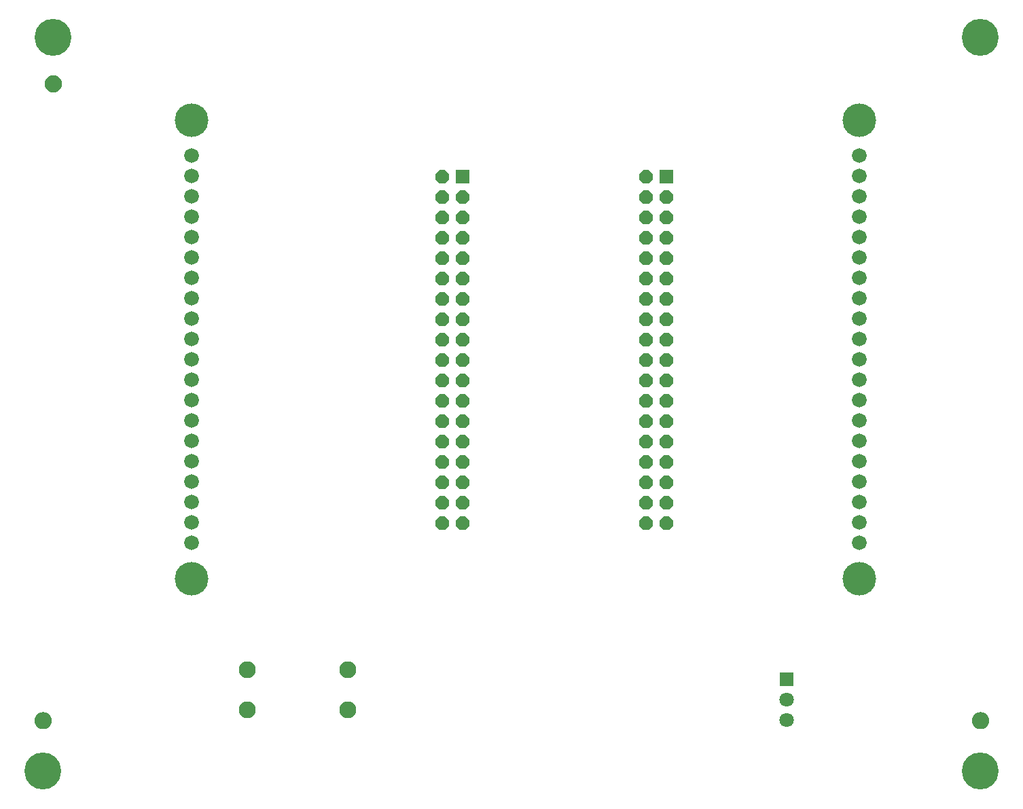
<source format=gbr>
G04 EAGLE Gerber RS-274X export*
G75*
%MOMM*%
%FSLAX34Y34*%
%LPD*%
%INSoldermask Bottom*%
%IPPOS*%
%AMOC8*
5,1,8,0,0,1.08239X$1,22.5*%
G01*
%ADD10C,2.112400*%
%ADD11R,1.803400X1.803400*%
%ADD12C,1.803400*%
%ADD13R,1.676400X1.676400*%
%ADD14P,1.814519X8X292.500000*%
%ADD15C,1.828800*%
%ADD16C,4.168400*%
%ADD17C,0.609600*%
%ADD18C,1.168400*%
%ADD19C,4.597400*%


D10*
X430800Y177400D03*
X430800Y127400D03*
X305800Y127400D03*
X305800Y177400D03*
D11*
X977900Y165100D03*
D12*
X977900Y139700D03*
X977900Y114300D03*
D13*
X828300Y791800D03*
D14*
X802900Y791800D03*
X828300Y766400D03*
X802900Y766400D03*
X828300Y741000D03*
X802900Y741000D03*
X828300Y715600D03*
X802900Y715600D03*
X828300Y690200D03*
X802900Y690200D03*
X828300Y664800D03*
X802900Y664800D03*
X828300Y639400D03*
X802900Y639400D03*
X828300Y614000D03*
X802900Y614000D03*
X828300Y588600D03*
X802900Y588600D03*
X828300Y563200D03*
X802900Y563200D03*
X828300Y537800D03*
X802900Y537800D03*
X828300Y512400D03*
X802900Y512400D03*
X828300Y487000D03*
X802900Y487000D03*
X828300Y461600D03*
X802900Y461600D03*
X828300Y436200D03*
X802900Y436200D03*
X828300Y410800D03*
X802900Y410800D03*
X828300Y385400D03*
X802900Y385400D03*
X828300Y360000D03*
X802900Y360000D03*
D13*
X574300Y791800D03*
D14*
X548900Y791800D03*
X574300Y766400D03*
X548900Y766400D03*
X574300Y741000D03*
X548900Y741000D03*
X574300Y715600D03*
X548900Y715600D03*
X574300Y690200D03*
X548900Y690200D03*
X574300Y664800D03*
X548900Y664800D03*
X574300Y639400D03*
X548900Y639400D03*
X574300Y614000D03*
X548900Y614000D03*
X574300Y588600D03*
X548900Y588600D03*
X574300Y563200D03*
X548900Y563200D03*
X574300Y537800D03*
X548900Y537800D03*
X574300Y512400D03*
X548900Y512400D03*
X574300Y487000D03*
X548900Y487000D03*
X574300Y461600D03*
X548900Y461600D03*
X574300Y436200D03*
X548900Y436200D03*
X574300Y410800D03*
X548900Y410800D03*
X574300Y385400D03*
X548900Y385400D03*
X574300Y360000D03*
X548900Y360000D03*
D15*
X236220Y817880D03*
X236220Y792480D03*
X236220Y767080D03*
X236220Y741680D03*
X236220Y716280D03*
X236220Y690880D03*
X236220Y665480D03*
X236220Y640080D03*
X236220Y614680D03*
X236220Y589280D03*
X236220Y563880D03*
X236220Y538480D03*
X236220Y513080D03*
X236220Y487680D03*
X236220Y462280D03*
X236220Y436880D03*
X236220Y411480D03*
X236220Y386080D03*
X236220Y360680D03*
X236220Y335280D03*
X1068070Y817880D03*
X1068070Y792480D03*
X1068070Y767080D03*
X1068070Y741680D03*
X1068070Y716280D03*
X1068070Y690880D03*
X1068070Y665480D03*
X1068070Y640080D03*
X1068070Y614680D03*
X1068070Y589280D03*
X1068070Y563880D03*
X1068070Y538480D03*
X1068070Y513080D03*
X1068070Y487680D03*
X1068070Y462280D03*
X1068070Y436880D03*
X1068070Y411480D03*
X1068070Y386080D03*
X1068070Y360680D03*
X1068070Y335280D03*
D16*
X1068070Y290830D03*
X1068070Y862330D03*
X236220Y290830D03*
X236220Y862330D03*
D17*
X43180Y114300D02*
X43182Y114487D01*
X43189Y114674D01*
X43201Y114861D01*
X43217Y115047D01*
X43237Y115233D01*
X43262Y115418D01*
X43292Y115603D01*
X43326Y115787D01*
X43365Y115970D01*
X43408Y116152D01*
X43456Y116332D01*
X43508Y116512D01*
X43565Y116690D01*
X43625Y116867D01*
X43691Y117042D01*
X43760Y117216D01*
X43834Y117388D01*
X43912Y117558D01*
X43994Y117726D01*
X44080Y117892D01*
X44170Y118056D01*
X44264Y118217D01*
X44362Y118377D01*
X44464Y118533D01*
X44570Y118688D01*
X44680Y118839D01*
X44793Y118988D01*
X44910Y119134D01*
X45030Y119277D01*
X45154Y119417D01*
X45281Y119554D01*
X45412Y119688D01*
X45546Y119819D01*
X45683Y119946D01*
X45823Y120070D01*
X45966Y120190D01*
X46112Y120307D01*
X46261Y120420D01*
X46412Y120530D01*
X46567Y120636D01*
X46723Y120738D01*
X46883Y120836D01*
X47044Y120930D01*
X47208Y121020D01*
X47374Y121106D01*
X47542Y121188D01*
X47712Y121266D01*
X47884Y121340D01*
X48058Y121409D01*
X48233Y121475D01*
X48410Y121535D01*
X48588Y121592D01*
X48768Y121644D01*
X48948Y121692D01*
X49130Y121735D01*
X49313Y121774D01*
X49497Y121808D01*
X49682Y121838D01*
X49867Y121863D01*
X50053Y121883D01*
X50239Y121899D01*
X50426Y121911D01*
X50613Y121918D01*
X50800Y121920D01*
X50987Y121918D01*
X51174Y121911D01*
X51361Y121899D01*
X51547Y121883D01*
X51733Y121863D01*
X51918Y121838D01*
X52103Y121808D01*
X52287Y121774D01*
X52470Y121735D01*
X52652Y121692D01*
X52832Y121644D01*
X53012Y121592D01*
X53190Y121535D01*
X53367Y121475D01*
X53542Y121409D01*
X53716Y121340D01*
X53888Y121266D01*
X54058Y121188D01*
X54226Y121106D01*
X54392Y121020D01*
X54556Y120930D01*
X54717Y120836D01*
X54877Y120738D01*
X55033Y120636D01*
X55188Y120530D01*
X55339Y120420D01*
X55488Y120307D01*
X55634Y120190D01*
X55777Y120070D01*
X55917Y119946D01*
X56054Y119819D01*
X56188Y119688D01*
X56319Y119554D01*
X56446Y119417D01*
X56570Y119277D01*
X56690Y119134D01*
X56807Y118988D01*
X56920Y118839D01*
X57030Y118688D01*
X57136Y118533D01*
X57238Y118377D01*
X57336Y118217D01*
X57430Y118056D01*
X57520Y117892D01*
X57606Y117726D01*
X57688Y117558D01*
X57766Y117388D01*
X57840Y117216D01*
X57909Y117042D01*
X57975Y116867D01*
X58035Y116690D01*
X58092Y116512D01*
X58144Y116332D01*
X58192Y116152D01*
X58235Y115970D01*
X58274Y115787D01*
X58308Y115603D01*
X58338Y115418D01*
X58363Y115233D01*
X58383Y115047D01*
X58399Y114861D01*
X58411Y114674D01*
X58418Y114487D01*
X58420Y114300D01*
X58418Y114113D01*
X58411Y113926D01*
X58399Y113739D01*
X58383Y113553D01*
X58363Y113367D01*
X58338Y113182D01*
X58308Y112997D01*
X58274Y112813D01*
X58235Y112630D01*
X58192Y112448D01*
X58144Y112268D01*
X58092Y112088D01*
X58035Y111910D01*
X57975Y111733D01*
X57909Y111558D01*
X57840Y111384D01*
X57766Y111212D01*
X57688Y111042D01*
X57606Y110874D01*
X57520Y110708D01*
X57430Y110544D01*
X57336Y110383D01*
X57238Y110223D01*
X57136Y110067D01*
X57030Y109912D01*
X56920Y109761D01*
X56807Y109612D01*
X56690Y109466D01*
X56570Y109323D01*
X56446Y109183D01*
X56319Y109046D01*
X56188Y108912D01*
X56054Y108781D01*
X55917Y108654D01*
X55777Y108530D01*
X55634Y108410D01*
X55488Y108293D01*
X55339Y108180D01*
X55188Y108070D01*
X55033Y107964D01*
X54877Y107862D01*
X54717Y107764D01*
X54556Y107670D01*
X54392Y107580D01*
X54226Y107494D01*
X54058Y107412D01*
X53888Y107334D01*
X53716Y107260D01*
X53542Y107191D01*
X53367Y107125D01*
X53190Y107065D01*
X53012Y107008D01*
X52832Y106956D01*
X52652Y106908D01*
X52470Y106865D01*
X52287Y106826D01*
X52103Y106792D01*
X51918Y106762D01*
X51733Y106737D01*
X51547Y106717D01*
X51361Y106701D01*
X51174Y106689D01*
X50987Y106682D01*
X50800Y106680D01*
X50613Y106682D01*
X50426Y106689D01*
X50239Y106701D01*
X50053Y106717D01*
X49867Y106737D01*
X49682Y106762D01*
X49497Y106792D01*
X49313Y106826D01*
X49130Y106865D01*
X48948Y106908D01*
X48768Y106956D01*
X48588Y107008D01*
X48410Y107065D01*
X48233Y107125D01*
X48058Y107191D01*
X47884Y107260D01*
X47712Y107334D01*
X47542Y107412D01*
X47374Y107494D01*
X47208Y107580D01*
X47044Y107670D01*
X46883Y107764D01*
X46723Y107862D01*
X46567Y107964D01*
X46412Y108070D01*
X46261Y108180D01*
X46112Y108293D01*
X45966Y108410D01*
X45823Y108530D01*
X45683Y108654D01*
X45546Y108781D01*
X45412Y108912D01*
X45281Y109046D01*
X45154Y109183D01*
X45030Y109323D01*
X44910Y109466D01*
X44793Y109612D01*
X44680Y109761D01*
X44570Y109912D01*
X44464Y110067D01*
X44362Y110223D01*
X44264Y110383D01*
X44170Y110544D01*
X44080Y110708D01*
X43994Y110874D01*
X43912Y111042D01*
X43834Y111212D01*
X43760Y111384D01*
X43691Y111558D01*
X43625Y111733D01*
X43565Y111910D01*
X43508Y112088D01*
X43456Y112268D01*
X43408Y112448D01*
X43365Y112630D01*
X43326Y112813D01*
X43292Y112997D01*
X43262Y113182D01*
X43237Y113367D01*
X43217Y113553D01*
X43201Y113739D01*
X43189Y113926D01*
X43182Y114113D01*
X43180Y114300D01*
D18*
X50800Y114300D03*
D17*
X1211580Y114300D02*
X1211582Y114487D01*
X1211589Y114674D01*
X1211601Y114861D01*
X1211617Y115047D01*
X1211637Y115233D01*
X1211662Y115418D01*
X1211692Y115603D01*
X1211726Y115787D01*
X1211765Y115970D01*
X1211808Y116152D01*
X1211856Y116332D01*
X1211908Y116512D01*
X1211965Y116690D01*
X1212025Y116867D01*
X1212091Y117042D01*
X1212160Y117216D01*
X1212234Y117388D01*
X1212312Y117558D01*
X1212394Y117726D01*
X1212480Y117892D01*
X1212570Y118056D01*
X1212664Y118217D01*
X1212762Y118377D01*
X1212864Y118533D01*
X1212970Y118688D01*
X1213080Y118839D01*
X1213193Y118988D01*
X1213310Y119134D01*
X1213430Y119277D01*
X1213554Y119417D01*
X1213681Y119554D01*
X1213812Y119688D01*
X1213946Y119819D01*
X1214083Y119946D01*
X1214223Y120070D01*
X1214366Y120190D01*
X1214512Y120307D01*
X1214661Y120420D01*
X1214812Y120530D01*
X1214967Y120636D01*
X1215123Y120738D01*
X1215283Y120836D01*
X1215444Y120930D01*
X1215608Y121020D01*
X1215774Y121106D01*
X1215942Y121188D01*
X1216112Y121266D01*
X1216284Y121340D01*
X1216458Y121409D01*
X1216633Y121475D01*
X1216810Y121535D01*
X1216988Y121592D01*
X1217168Y121644D01*
X1217348Y121692D01*
X1217530Y121735D01*
X1217713Y121774D01*
X1217897Y121808D01*
X1218082Y121838D01*
X1218267Y121863D01*
X1218453Y121883D01*
X1218639Y121899D01*
X1218826Y121911D01*
X1219013Y121918D01*
X1219200Y121920D01*
X1219387Y121918D01*
X1219574Y121911D01*
X1219761Y121899D01*
X1219947Y121883D01*
X1220133Y121863D01*
X1220318Y121838D01*
X1220503Y121808D01*
X1220687Y121774D01*
X1220870Y121735D01*
X1221052Y121692D01*
X1221232Y121644D01*
X1221412Y121592D01*
X1221590Y121535D01*
X1221767Y121475D01*
X1221942Y121409D01*
X1222116Y121340D01*
X1222288Y121266D01*
X1222458Y121188D01*
X1222626Y121106D01*
X1222792Y121020D01*
X1222956Y120930D01*
X1223117Y120836D01*
X1223277Y120738D01*
X1223433Y120636D01*
X1223588Y120530D01*
X1223739Y120420D01*
X1223888Y120307D01*
X1224034Y120190D01*
X1224177Y120070D01*
X1224317Y119946D01*
X1224454Y119819D01*
X1224588Y119688D01*
X1224719Y119554D01*
X1224846Y119417D01*
X1224970Y119277D01*
X1225090Y119134D01*
X1225207Y118988D01*
X1225320Y118839D01*
X1225430Y118688D01*
X1225536Y118533D01*
X1225638Y118377D01*
X1225736Y118217D01*
X1225830Y118056D01*
X1225920Y117892D01*
X1226006Y117726D01*
X1226088Y117558D01*
X1226166Y117388D01*
X1226240Y117216D01*
X1226309Y117042D01*
X1226375Y116867D01*
X1226435Y116690D01*
X1226492Y116512D01*
X1226544Y116332D01*
X1226592Y116152D01*
X1226635Y115970D01*
X1226674Y115787D01*
X1226708Y115603D01*
X1226738Y115418D01*
X1226763Y115233D01*
X1226783Y115047D01*
X1226799Y114861D01*
X1226811Y114674D01*
X1226818Y114487D01*
X1226820Y114300D01*
X1226818Y114113D01*
X1226811Y113926D01*
X1226799Y113739D01*
X1226783Y113553D01*
X1226763Y113367D01*
X1226738Y113182D01*
X1226708Y112997D01*
X1226674Y112813D01*
X1226635Y112630D01*
X1226592Y112448D01*
X1226544Y112268D01*
X1226492Y112088D01*
X1226435Y111910D01*
X1226375Y111733D01*
X1226309Y111558D01*
X1226240Y111384D01*
X1226166Y111212D01*
X1226088Y111042D01*
X1226006Y110874D01*
X1225920Y110708D01*
X1225830Y110544D01*
X1225736Y110383D01*
X1225638Y110223D01*
X1225536Y110067D01*
X1225430Y109912D01*
X1225320Y109761D01*
X1225207Y109612D01*
X1225090Y109466D01*
X1224970Y109323D01*
X1224846Y109183D01*
X1224719Y109046D01*
X1224588Y108912D01*
X1224454Y108781D01*
X1224317Y108654D01*
X1224177Y108530D01*
X1224034Y108410D01*
X1223888Y108293D01*
X1223739Y108180D01*
X1223588Y108070D01*
X1223433Y107964D01*
X1223277Y107862D01*
X1223117Y107764D01*
X1222956Y107670D01*
X1222792Y107580D01*
X1222626Y107494D01*
X1222458Y107412D01*
X1222288Y107334D01*
X1222116Y107260D01*
X1221942Y107191D01*
X1221767Y107125D01*
X1221590Y107065D01*
X1221412Y107008D01*
X1221232Y106956D01*
X1221052Y106908D01*
X1220870Y106865D01*
X1220687Y106826D01*
X1220503Y106792D01*
X1220318Y106762D01*
X1220133Y106737D01*
X1219947Y106717D01*
X1219761Y106701D01*
X1219574Y106689D01*
X1219387Y106682D01*
X1219200Y106680D01*
X1219013Y106682D01*
X1218826Y106689D01*
X1218639Y106701D01*
X1218453Y106717D01*
X1218267Y106737D01*
X1218082Y106762D01*
X1217897Y106792D01*
X1217713Y106826D01*
X1217530Y106865D01*
X1217348Y106908D01*
X1217168Y106956D01*
X1216988Y107008D01*
X1216810Y107065D01*
X1216633Y107125D01*
X1216458Y107191D01*
X1216284Y107260D01*
X1216112Y107334D01*
X1215942Y107412D01*
X1215774Y107494D01*
X1215608Y107580D01*
X1215444Y107670D01*
X1215283Y107764D01*
X1215123Y107862D01*
X1214967Y107964D01*
X1214812Y108070D01*
X1214661Y108180D01*
X1214512Y108293D01*
X1214366Y108410D01*
X1214223Y108530D01*
X1214083Y108654D01*
X1213946Y108781D01*
X1213812Y108912D01*
X1213681Y109046D01*
X1213554Y109183D01*
X1213430Y109323D01*
X1213310Y109466D01*
X1213193Y109612D01*
X1213080Y109761D01*
X1212970Y109912D01*
X1212864Y110067D01*
X1212762Y110223D01*
X1212664Y110383D01*
X1212570Y110544D01*
X1212480Y110708D01*
X1212394Y110874D01*
X1212312Y111042D01*
X1212234Y111212D01*
X1212160Y111384D01*
X1212091Y111558D01*
X1212025Y111733D01*
X1211965Y111910D01*
X1211908Y112088D01*
X1211856Y112268D01*
X1211808Y112448D01*
X1211765Y112630D01*
X1211726Y112813D01*
X1211692Y112997D01*
X1211662Y113182D01*
X1211637Y113367D01*
X1211617Y113553D01*
X1211601Y113739D01*
X1211589Y113926D01*
X1211582Y114113D01*
X1211580Y114300D01*
D18*
X1219200Y114300D03*
D17*
X55880Y908050D02*
X55882Y908237D01*
X55889Y908424D01*
X55901Y908611D01*
X55917Y908797D01*
X55937Y908983D01*
X55962Y909168D01*
X55992Y909353D01*
X56026Y909537D01*
X56065Y909720D01*
X56108Y909902D01*
X56156Y910082D01*
X56208Y910262D01*
X56265Y910440D01*
X56325Y910617D01*
X56391Y910792D01*
X56460Y910966D01*
X56534Y911138D01*
X56612Y911308D01*
X56694Y911476D01*
X56780Y911642D01*
X56870Y911806D01*
X56964Y911967D01*
X57062Y912127D01*
X57164Y912283D01*
X57270Y912438D01*
X57380Y912589D01*
X57493Y912738D01*
X57610Y912884D01*
X57730Y913027D01*
X57854Y913167D01*
X57981Y913304D01*
X58112Y913438D01*
X58246Y913569D01*
X58383Y913696D01*
X58523Y913820D01*
X58666Y913940D01*
X58812Y914057D01*
X58961Y914170D01*
X59112Y914280D01*
X59267Y914386D01*
X59423Y914488D01*
X59583Y914586D01*
X59744Y914680D01*
X59908Y914770D01*
X60074Y914856D01*
X60242Y914938D01*
X60412Y915016D01*
X60584Y915090D01*
X60758Y915159D01*
X60933Y915225D01*
X61110Y915285D01*
X61288Y915342D01*
X61468Y915394D01*
X61648Y915442D01*
X61830Y915485D01*
X62013Y915524D01*
X62197Y915558D01*
X62382Y915588D01*
X62567Y915613D01*
X62753Y915633D01*
X62939Y915649D01*
X63126Y915661D01*
X63313Y915668D01*
X63500Y915670D01*
X63687Y915668D01*
X63874Y915661D01*
X64061Y915649D01*
X64247Y915633D01*
X64433Y915613D01*
X64618Y915588D01*
X64803Y915558D01*
X64987Y915524D01*
X65170Y915485D01*
X65352Y915442D01*
X65532Y915394D01*
X65712Y915342D01*
X65890Y915285D01*
X66067Y915225D01*
X66242Y915159D01*
X66416Y915090D01*
X66588Y915016D01*
X66758Y914938D01*
X66926Y914856D01*
X67092Y914770D01*
X67256Y914680D01*
X67417Y914586D01*
X67577Y914488D01*
X67733Y914386D01*
X67888Y914280D01*
X68039Y914170D01*
X68188Y914057D01*
X68334Y913940D01*
X68477Y913820D01*
X68617Y913696D01*
X68754Y913569D01*
X68888Y913438D01*
X69019Y913304D01*
X69146Y913167D01*
X69270Y913027D01*
X69390Y912884D01*
X69507Y912738D01*
X69620Y912589D01*
X69730Y912438D01*
X69836Y912283D01*
X69938Y912127D01*
X70036Y911967D01*
X70130Y911806D01*
X70220Y911642D01*
X70306Y911476D01*
X70388Y911308D01*
X70466Y911138D01*
X70540Y910966D01*
X70609Y910792D01*
X70675Y910617D01*
X70735Y910440D01*
X70792Y910262D01*
X70844Y910082D01*
X70892Y909902D01*
X70935Y909720D01*
X70974Y909537D01*
X71008Y909353D01*
X71038Y909168D01*
X71063Y908983D01*
X71083Y908797D01*
X71099Y908611D01*
X71111Y908424D01*
X71118Y908237D01*
X71120Y908050D01*
X71118Y907863D01*
X71111Y907676D01*
X71099Y907489D01*
X71083Y907303D01*
X71063Y907117D01*
X71038Y906932D01*
X71008Y906747D01*
X70974Y906563D01*
X70935Y906380D01*
X70892Y906198D01*
X70844Y906018D01*
X70792Y905838D01*
X70735Y905660D01*
X70675Y905483D01*
X70609Y905308D01*
X70540Y905134D01*
X70466Y904962D01*
X70388Y904792D01*
X70306Y904624D01*
X70220Y904458D01*
X70130Y904294D01*
X70036Y904133D01*
X69938Y903973D01*
X69836Y903817D01*
X69730Y903662D01*
X69620Y903511D01*
X69507Y903362D01*
X69390Y903216D01*
X69270Y903073D01*
X69146Y902933D01*
X69019Y902796D01*
X68888Y902662D01*
X68754Y902531D01*
X68617Y902404D01*
X68477Y902280D01*
X68334Y902160D01*
X68188Y902043D01*
X68039Y901930D01*
X67888Y901820D01*
X67733Y901714D01*
X67577Y901612D01*
X67417Y901514D01*
X67256Y901420D01*
X67092Y901330D01*
X66926Y901244D01*
X66758Y901162D01*
X66588Y901084D01*
X66416Y901010D01*
X66242Y900941D01*
X66067Y900875D01*
X65890Y900815D01*
X65712Y900758D01*
X65532Y900706D01*
X65352Y900658D01*
X65170Y900615D01*
X64987Y900576D01*
X64803Y900542D01*
X64618Y900512D01*
X64433Y900487D01*
X64247Y900467D01*
X64061Y900451D01*
X63874Y900439D01*
X63687Y900432D01*
X63500Y900430D01*
X63313Y900432D01*
X63126Y900439D01*
X62939Y900451D01*
X62753Y900467D01*
X62567Y900487D01*
X62382Y900512D01*
X62197Y900542D01*
X62013Y900576D01*
X61830Y900615D01*
X61648Y900658D01*
X61468Y900706D01*
X61288Y900758D01*
X61110Y900815D01*
X60933Y900875D01*
X60758Y900941D01*
X60584Y901010D01*
X60412Y901084D01*
X60242Y901162D01*
X60074Y901244D01*
X59908Y901330D01*
X59744Y901420D01*
X59583Y901514D01*
X59423Y901612D01*
X59267Y901714D01*
X59112Y901820D01*
X58961Y901930D01*
X58812Y902043D01*
X58666Y902160D01*
X58523Y902280D01*
X58383Y902404D01*
X58246Y902531D01*
X58112Y902662D01*
X57981Y902796D01*
X57854Y902933D01*
X57730Y903073D01*
X57610Y903216D01*
X57493Y903362D01*
X57380Y903511D01*
X57270Y903662D01*
X57164Y903817D01*
X57062Y903973D01*
X56964Y904133D01*
X56870Y904294D01*
X56780Y904458D01*
X56694Y904624D01*
X56612Y904792D01*
X56534Y904962D01*
X56460Y905134D01*
X56391Y905308D01*
X56325Y905483D01*
X56265Y905660D01*
X56208Y905838D01*
X56156Y906018D01*
X56108Y906198D01*
X56065Y906380D01*
X56026Y906563D01*
X55992Y906747D01*
X55962Y906932D01*
X55937Y907117D01*
X55917Y907303D01*
X55901Y907489D01*
X55889Y907676D01*
X55882Y907863D01*
X55880Y908050D01*
D18*
X63500Y908050D03*
D19*
X50800Y50800D03*
X1219200Y50800D03*
X1219200Y965200D03*
X63500Y965200D03*
M02*

</source>
